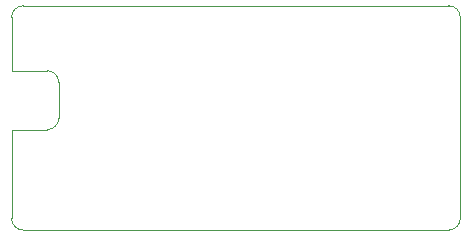
<source format=gm1>
G04 #@! TF.GenerationSoftware,KiCad,Pcbnew,(5.1.5)-3*
G04 #@! TF.CreationDate,2020-09-06T00:36:18+02:00*
G04 #@! TF.ProjectId,2S_serial_charging_board,32535f73-6572-4696-916c-5f6368617267,1*
G04 #@! TF.SameCoordinates,Original*
G04 #@! TF.FileFunction,Profile,NP*
%FSLAX46Y46*%
G04 Gerber Fmt 4.6, Leading zero omitted, Abs format (unit mm)*
G04 Created by KiCad (PCBNEW (5.1.5)-3) date 2020-09-06 00:36:18*
%MOMM*%
%LPD*%
G04 APERTURE LIST*
%ADD10C,0.050000*%
G04 APERTURE END LIST*
D10*
X129000000Y-101000000D02*
G75*
G02X130000000Y-102000000I0J-1000000D01*
G01*
X130000000Y-119000000D02*
G75*
G02X129000000Y-120000000I-1000000J0D01*
G01*
X93000000Y-120000000D02*
G75*
G02X92000000Y-119000000I0J1000000D01*
G01*
X92000000Y-102000000D02*
G75*
G02X93000000Y-101000000I1000000J0D01*
G01*
X92000000Y-119000000D02*
X92000000Y-116000000D01*
X129000000Y-120000000D02*
X93000000Y-120000000D01*
X130000000Y-102000000D02*
X130000000Y-119000000D01*
X93000000Y-101000000D02*
X129000000Y-101000000D01*
X96000000Y-107500000D02*
X96000000Y-110500000D01*
X92000000Y-111500000D02*
X95000000Y-111500000D01*
X92000000Y-106500000D02*
X95000000Y-106500000D01*
X92000000Y-111500000D02*
X92000000Y-116000000D01*
X92000000Y-106500000D02*
X92000000Y-102000000D01*
X95000000Y-106500000D02*
G75*
G02X96000000Y-107500000I0J-1000000D01*
G01*
X96000000Y-110500000D02*
G75*
G02X95000000Y-111500000I-1000000J0D01*
G01*
M02*

</source>
